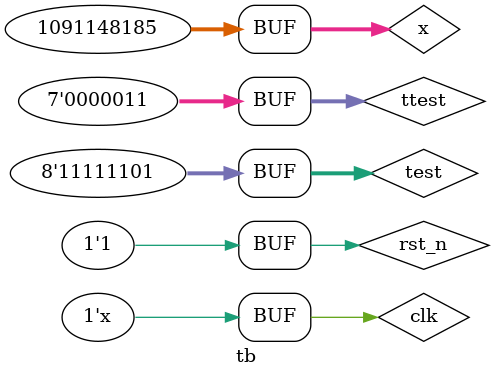
<source format=v>
`timescale 1ns/1ps
module tb;
reg clk;

initial clk = 'b0;
always #5 clk <= ~clk;

reg rst_n;
initial begin
	rst_n = 'b1;
	#21 rst_n = 'b0;
	#10 rst_n = 'b1;

end

reg [31:0] x; initial x = 'b0;
initial begin
//	x = 32'hC0133333;
//	 x = 32'h40133333;
//	#15 x = 32'h41099999;
//	x = 32'h4123AE14;
	x = 32'h42A2B333;//81.35
#200 x = 32'h41099999;
end

reg signed [7:0] test = -8'sd3;
wire [6:0] ttest = ~(test[6:0]-1);


top the_top(
	.clk(clk), .rst_n(rst_n),
	.x(x)
//	output signed [33:0] z_in

);


endmodule 
</source>
